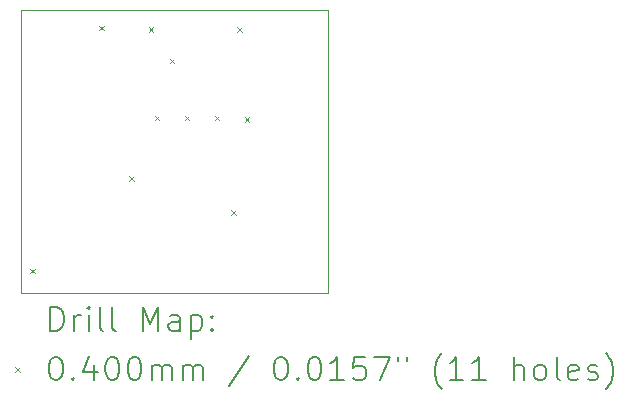
<source format=gbr>
%FSLAX45Y45*%
G04 Gerber Fmt 4.5, Leading zero omitted, Abs format (unit mm)*
%MOMM*%
%LPD*%
G01*
G04 APERTURE LIST*
%TA.AperFunction,Profile*%
%ADD10C,0.100000*%
%TD*%
%ADD11C,0.200000*%
%ADD12C,0.040000*%
G04 APERTURE END LIST*
D10*
X8623300Y-3149600D02*
X6019800Y-3149600D01*
X6019800Y-3149600D02*
X6019800Y-5549900D01*
X6019800Y-5549900D02*
X8623300Y-5549900D01*
X8623300Y-5549900D02*
X8623300Y-3149600D01*
D11*
D12*
X6101400Y-5339400D02*
X6141400Y-5379400D01*
X6141400Y-5339400D02*
X6101400Y-5379400D01*
X6685600Y-3282000D02*
X6725600Y-3322000D01*
X6725600Y-3282000D02*
X6685600Y-3322000D01*
X6937100Y-4560000D02*
X6977100Y-4600000D01*
X6977100Y-4560000D02*
X6937100Y-4600000D01*
X7104700Y-3294700D02*
X7144700Y-3334700D01*
X7144700Y-3294700D02*
X7104700Y-3334700D01*
X7155500Y-4044000D02*
X7195500Y-4084000D01*
X7195500Y-4044000D02*
X7155500Y-4084000D01*
X7282500Y-3561400D02*
X7322500Y-3601400D01*
X7322500Y-3561400D02*
X7282500Y-3601400D01*
X7409500Y-4044000D02*
X7449500Y-4084000D01*
X7449500Y-4044000D02*
X7409500Y-4084000D01*
X7663500Y-4044000D02*
X7703500Y-4084000D01*
X7703500Y-4044000D02*
X7663500Y-4084000D01*
X7800700Y-4845500D02*
X7840700Y-4885500D01*
X7840700Y-4845500D02*
X7800700Y-4885500D01*
X7856350Y-3294700D02*
X7896350Y-3334700D01*
X7896350Y-3294700D02*
X7856350Y-3334700D01*
X7917500Y-4056700D02*
X7957500Y-4096700D01*
X7957500Y-4056700D02*
X7917500Y-4096700D01*
D11*
X6272419Y-5865376D02*
X6272419Y-5665376D01*
X6320038Y-5665376D01*
X6348609Y-5674900D01*
X6367657Y-5693948D01*
X6377181Y-5712995D01*
X6386705Y-5751090D01*
X6386705Y-5779662D01*
X6377181Y-5817757D01*
X6367657Y-5836805D01*
X6348609Y-5855852D01*
X6320038Y-5865376D01*
X6272419Y-5865376D01*
X6472419Y-5865376D02*
X6472419Y-5732043D01*
X6472419Y-5770138D02*
X6481943Y-5751090D01*
X6491467Y-5741567D01*
X6510514Y-5732043D01*
X6529562Y-5732043D01*
X6596228Y-5865376D02*
X6596228Y-5732043D01*
X6596228Y-5665376D02*
X6586705Y-5674900D01*
X6596228Y-5684424D01*
X6605752Y-5674900D01*
X6596228Y-5665376D01*
X6596228Y-5684424D01*
X6720038Y-5865376D02*
X6700990Y-5855852D01*
X6691467Y-5836805D01*
X6691467Y-5665376D01*
X6824800Y-5865376D02*
X6805752Y-5855852D01*
X6796228Y-5836805D01*
X6796228Y-5665376D01*
X7053371Y-5865376D02*
X7053371Y-5665376D01*
X7120038Y-5808233D01*
X7186705Y-5665376D01*
X7186705Y-5865376D01*
X7367657Y-5865376D02*
X7367657Y-5760614D01*
X7358133Y-5741567D01*
X7339086Y-5732043D01*
X7300990Y-5732043D01*
X7281943Y-5741567D01*
X7367657Y-5855852D02*
X7348609Y-5865376D01*
X7300990Y-5865376D01*
X7281943Y-5855852D01*
X7272419Y-5836805D01*
X7272419Y-5817757D01*
X7281943Y-5798709D01*
X7300990Y-5789186D01*
X7348609Y-5789186D01*
X7367657Y-5779662D01*
X7462895Y-5732043D02*
X7462895Y-5932043D01*
X7462895Y-5741567D02*
X7481943Y-5732043D01*
X7520038Y-5732043D01*
X7539086Y-5741567D01*
X7548609Y-5751090D01*
X7558133Y-5770138D01*
X7558133Y-5827281D01*
X7548609Y-5846328D01*
X7539086Y-5855852D01*
X7520038Y-5865376D01*
X7481943Y-5865376D01*
X7462895Y-5855852D01*
X7643848Y-5846328D02*
X7653371Y-5855852D01*
X7643848Y-5865376D01*
X7634324Y-5855852D01*
X7643848Y-5846328D01*
X7643848Y-5865376D01*
X7643848Y-5741567D02*
X7653371Y-5751090D01*
X7643848Y-5760614D01*
X7634324Y-5751090D01*
X7643848Y-5741567D01*
X7643848Y-5760614D01*
D12*
X5974800Y-6174900D02*
X6014800Y-6214900D01*
X6014800Y-6174900D02*
X5974800Y-6214900D01*
D11*
X6310514Y-6085376D02*
X6329562Y-6085376D01*
X6348609Y-6094900D01*
X6358133Y-6104424D01*
X6367657Y-6123471D01*
X6377181Y-6161567D01*
X6377181Y-6209186D01*
X6367657Y-6247281D01*
X6358133Y-6266328D01*
X6348609Y-6275852D01*
X6329562Y-6285376D01*
X6310514Y-6285376D01*
X6291467Y-6275852D01*
X6281943Y-6266328D01*
X6272419Y-6247281D01*
X6262895Y-6209186D01*
X6262895Y-6161567D01*
X6272419Y-6123471D01*
X6281943Y-6104424D01*
X6291467Y-6094900D01*
X6310514Y-6085376D01*
X6462895Y-6266328D02*
X6472419Y-6275852D01*
X6462895Y-6285376D01*
X6453371Y-6275852D01*
X6462895Y-6266328D01*
X6462895Y-6285376D01*
X6643848Y-6152043D02*
X6643848Y-6285376D01*
X6596228Y-6075852D02*
X6548609Y-6218709D01*
X6672419Y-6218709D01*
X6786705Y-6085376D02*
X6805752Y-6085376D01*
X6824800Y-6094900D01*
X6834324Y-6104424D01*
X6843848Y-6123471D01*
X6853371Y-6161567D01*
X6853371Y-6209186D01*
X6843848Y-6247281D01*
X6834324Y-6266328D01*
X6824800Y-6275852D01*
X6805752Y-6285376D01*
X6786705Y-6285376D01*
X6767657Y-6275852D01*
X6758133Y-6266328D01*
X6748609Y-6247281D01*
X6739086Y-6209186D01*
X6739086Y-6161567D01*
X6748609Y-6123471D01*
X6758133Y-6104424D01*
X6767657Y-6094900D01*
X6786705Y-6085376D01*
X6977181Y-6085376D02*
X6996228Y-6085376D01*
X7015276Y-6094900D01*
X7024800Y-6104424D01*
X7034324Y-6123471D01*
X7043848Y-6161567D01*
X7043848Y-6209186D01*
X7034324Y-6247281D01*
X7024800Y-6266328D01*
X7015276Y-6275852D01*
X6996228Y-6285376D01*
X6977181Y-6285376D01*
X6958133Y-6275852D01*
X6948609Y-6266328D01*
X6939086Y-6247281D01*
X6929562Y-6209186D01*
X6929562Y-6161567D01*
X6939086Y-6123471D01*
X6948609Y-6104424D01*
X6958133Y-6094900D01*
X6977181Y-6085376D01*
X7129562Y-6285376D02*
X7129562Y-6152043D01*
X7129562Y-6171090D02*
X7139086Y-6161567D01*
X7158133Y-6152043D01*
X7186705Y-6152043D01*
X7205752Y-6161567D01*
X7215276Y-6180614D01*
X7215276Y-6285376D01*
X7215276Y-6180614D02*
X7224800Y-6161567D01*
X7243848Y-6152043D01*
X7272419Y-6152043D01*
X7291467Y-6161567D01*
X7300990Y-6180614D01*
X7300990Y-6285376D01*
X7396228Y-6285376D02*
X7396228Y-6152043D01*
X7396228Y-6171090D02*
X7405752Y-6161567D01*
X7424800Y-6152043D01*
X7453371Y-6152043D01*
X7472419Y-6161567D01*
X7481943Y-6180614D01*
X7481943Y-6285376D01*
X7481943Y-6180614D02*
X7491467Y-6161567D01*
X7510514Y-6152043D01*
X7539086Y-6152043D01*
X7558133Y-6161567D01*
X7567657Y-6180614D01*
X7567657Y-6285376D01*
X7958133Y-6075852D02*
X7786705Y-6332995D01*
X8215276Y-6085376D02*
X8234324Y-6085376D01*
X8253371Y-6094900D01*
X8262895Y-6104424D01*
X8272419Y-6123471D01*
X8281943Y-6161567D01*
X8281943Y-6209186D01*
X8272419Y-6247281D01*
X8262895Y-6266328D01*
X8253371Y-6275852D01*
X8234324Y-6285376D01*
X8215276Y-6285376D01*
X8196228Y-6275852D01*
X8186705Y-6266328D01*
X8177181Y-6247281D01*
X8167657Y-6209186D01*
X8167657Y-6161567D01*
X8177181Y-6123471D01*
X8186705Y-6104424D01*
X8196228Y-6094900D01*
X8215276Y-6085376D01*
X8367657Y-6266328D02*
X8377181Y-6275852D01*
X8367657Y-6285376D01*
X8358133Y-6275852D01*
X8367657Y-6266328D01*
X8367657Y-6285376D01*
X8500990Y-6085376D02*
X8520038Y-6085376D01*
X8539086Y-6094900D01*
X8548610Y-6104424D01*
X8558133Y-6123471D01*
X8567657Y-6161567D01*
X8567657Y-6209186D01*
X8558133Y-6247281D01*
X8548610Y-6266328D01*
X8539086Y-6275852D01*
X8520038Y-6285376D01*
X8500990Y-6285376D01*
X8481943Y-6275852D01*
X8472419Y-6266328D01*
X8462895Y-6247281D01*
X8453371Y-6209186D01*
X8453371Y-6161567D01*
X8462895Y-6123471D01*
X8472419Y-6104424D01*
X8481943Y-6094900D01*
X8500990Y-6085376D01*
X8758133Y-6285376D02*
X8643848Y-6285376D01*
X8700990Y-6285376D02*
X8700990Y-6085376D01*
X8681943Y-6113948D01*
X8662895Y-6132995D01*
X8643848Y-6142519D01*
X8939086Y-6085376D02*
X8843848Y-6085376D01*
X8834324Y-6180614D01*
X8843848Y-6171090D01*
X8862895Y-6161567D01*
X8910514Y-6161567D01*
X8929562Y-6171090D01*
X8939086Y-6180614D01*
X8948610Y-6199662D01*
X8948610Y-6247281D01*
X8939086Y-6266328D01*
X8929562Y-6275852D01*
X8910514Y-6285376D01*
X8862895Y-6285376D01*
X8843848Y-6275852D01*
X8834324Y-6266328D01*
X9015276Y-6085376D02*
X9148610Y-6085376D01*
X9062895Y-6285376D01*
X9215276Y-6085376D02*
X9215276Y-6123471D01*
X9291467Y-6085376D02*
X9291467Y-6123471D01*
X9586705Y-6361567D02*
X9577181Y-6352043D01*
X9558133Y-6323471D01*
X9548610Y-6304424D01*
X9539086Y-6275852D01*
X9529562Y-6228233D01*
X9529562Y-6190138D01*
X9539086Y-6142519D01*
X9548610Y-6113948D01*
X9558133Y-6094900D01*
X9577181Y-6066328D01*
X9586705Y-6056805D01*
X9767657Y-6285376D02*
X9653371Y-6285376D01*
X9710514Y-6285376D02*
X9710514Y-6085376D01*
X9691467Y-6113948D01*
X9672419Y-6132995D01*
X9653371Y-6142519D01*
X9958133Y-6285376D02*
X9843848Y-6285376D01*
X9900990Y-6285376D02*
X9900990Y-6085376D01*
X9881943Y-6113948D01*
X9862895Y-6132995D01*
X9843848Y-6142519D01*
X10196229Y-6285376D02*
X10196229Y-6085376D01*
X10281943Y-6285376D02*
X10281943Y-6180614D01*
X10272419Y-6161567D01*
X10253371Y-6152043D01*
X10224800Y-6152043D01*
X10205752Y-6161567D01*
X10196229Y-6171090D01*
X10405752Y-6285376D02*
X10386705Y-6275852D01*
X10377181Y-6266328D01*
X10367657Y-6247281D01*
X10367657Y-6190138D01*
X10377181Y-6171090D01*
X10386705Y-6161567D01*
X10405752Y-6152043D01*
X10434324Y-6152043D01*
X10453371Y-6161567D01*
X10462895Y-6171090D01*
X10472419Y-6190138D01*
X10472419Y-6247281D01*
X10462895Y-6266328D01*
X10453371Y-6275852D01*
X10434324Y-6285376D01*
X10405752Y-6285376D01*
X10586705Y-6285376D02*
X10567657Y-6275852D01*
X10558133Y-6256805D01*
X10558133Y-6085376D01*
X10739086Y-6275852D02*
X10720038Y-6285376D01*
X10681943Y-6285376D01*
X10662895Y-6275852D01*
X10653371Y-6256805D01*
X10653371Y-6180614D01*
X10662895Y-6161567D01*
X10681943Y-6152043D01*
X10720038Y-6152043D01*
X10739086Y-6161567D01*
X10748610Y-6180614D01*
X10748610Y-6199662D01*
X10653371Y-6218709D01*
X10824800Y-6275852D02*
X10843848Y-6285376D01*
X10881943Y-6285376D01*
X10900990Y-6275852D01*
X10910514Y-6256805D01*
X10910514Y-6247281D01*
X10900990Y-6228233D01*
X10881943Y-6218709D01*
X10853371Y-6218709D01*
X10834324Y-6209186D01*
X10824800Y-6190138D01*
X10824800Y-6180614D01*
X10834324Y-6161567D01*
X10853371Y-6152043D01*
X10881943Y-6152043D01*
X10900990Y-6161567D01*
X10977181Y-6361567D02*
X10986705Y-6352043D01*
X11005752Y-6323471D01*
X11015276Y-6304424D01*
X11024800Y-6275852D01*
X11034324Y-6228233D01*
X11034324Y-6190138D01*
X11024800Y-6142519D01*
X11015276Y-6113948D01*
X11005752Y-6094900D01*
X10986705Y-6066328D01*
X10977181Y-6056805D01*
M02*

</source>
